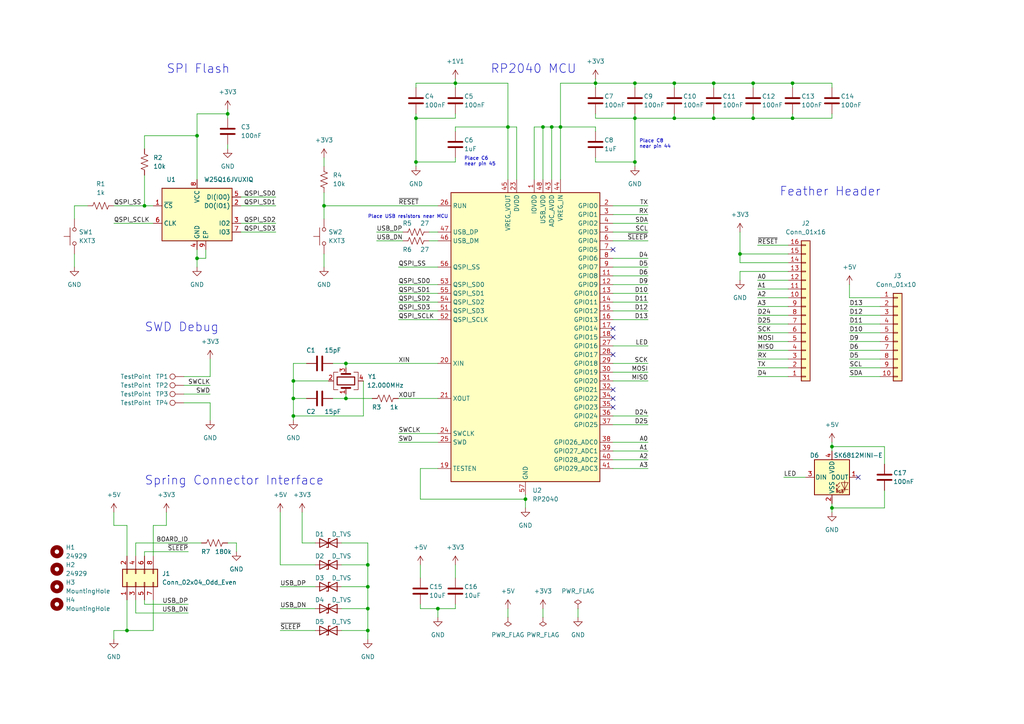
<source format=kicad_sch>
(kicad_sch (version 20230121) (generator eeschema)
  (paper "A4")
  (title_block (title "Minimal Input Module Reference Design") (date "2023-01-02") (rev "X1") (company "Framework Computer Inc"))
  (lib_symbols
    (symbol "Connector:TestPoint" (pin_numbers hide) (pin_names (offset 0.762) hide)
      (property "Reference" "TP" (at 0 6.858 0))
      (property "Value" "TestPoint" (at 0 5.08 0))
      (symbol "TestPoint_1_1"
        (pin passive line (at 0 0 90) (length 2.54) (name "1") (number "1"))
      )
    )
    (symbol "Connector_Generic:Conn_01x10" (pin_names (offset 1.016) hide)
      (property "Reference" "J" (at 0 12.7 0))
      (property "Value" "Conn_01x10" (at 0 -15.24 0))
      (symbol "Conn_01x10_1_1"
        (pin passive line (at -5.08 10.16 0) (length 3.81) (name "Pin_1") (number "1"))
        (pin passive line (at -5.08 -12.7 0) (length 3.81) (name "Pin_10") (number "10"))
        (pin passive line (at -5.08 7.62 0) (length 3.81) (name "Pin_2") (number "2"))
        (pin passive line (at -5.08 5.08 0) (length 3.81) (name "Pin_3") (number "3"))
        (pin passive line (at -5.08 2.54 0) (length 3.81) (name "Pin_4") (number "4"))
        (pin passive line (at -5.08 0 0) (length 3.81) (name "Pin_5") (number "5"))
        (pin passive line (at -5.08 -2.54 0) (length 3.81) (name "Pin_6") (number "6"))
        (pin passive line (at -5.08 -5.08 0) (length 3.81) (name "Pin_7") (number "7"))
        (pin passive line (at -5.08 -7.62 0) (length 3.81) (name "Pin_8") (number "8"))
        (pin passive line (at -5.08 -10.16 0) (length 3.81) (name "Pin_9") (number "9"))
      )
    )
    (symbol "Connector_Generic:Conn_01x16" (pin_names (offset 1.016) hide)
      (property "Reference" "J" (at 0 20.32 0))
      (property "Value" "Conn_01x16" (at 0 -22.86 0))
      (symbol "Conn_01x16_1_1"
        (pin passive line (at -5.08 17.78 0) (length 3.81) (name "Pin_1") (number "1"))
        (pin passive line (at -5.08 -5.08 0) (length 3.81) (name "Pin_10") (number "10"))
        (pin passive line (at -5.08 -7.62 0) (length 3.81) (name "Pin_11") (number "11"))
        (pin passive line (at -5.08 -10.16 0) (length 3.81) (name "Pin_12") (number "12"))
        (pin passive line (at -5.08 -12.7 0) (length 3.81) (name "Pin_13") (number "13"))
        (pin passive line (at -5.08 -15.24 0) (length 3.81) (name "Pin_14") (number "14"))
        (pin passive line (at -5.08 -17.78 0) (length 3.81) (name "Pin_15") (number "15"))
        (pin passive line (at -5.08 -20.32 0) (length 3.81) (name "Pin_16") (number "16"))
        (pin passive line (at -5.08 15.24 0) (length 3.81) (name "Pin_2") (number "2"))
        (pin passive line (at -5.08 12.7 0) (length 3.81) (name "Pin_3") (number "3"))
        (pin passive line (at -5.08 10.16 0) (length 3.81) (name "Pin_4") (number "4"))
        (pin passive line (at -5.08 7.62 0) (length 3.81) (name "Pin_5") (number "5"))
        (pin passive line (at -5.08 5.08 0) (length 3.81) (name "Pin_6") (number "6"))
        (pin passive line (at -5.08 2.54 0) (length 3.81) (name "Pin_7") (number "7"))
        (pin passive line (at -5.08 0 0) (length 3.81) (name "Pin_8") (number "8"))
        (pin passive line (at -5.08 -2.54 0) (length 3.81) (name "Pin_9") (number "9"))
      )
    )
    (symbol "Connector_Generic:Conn_02x04_Odd_Even" (pin_names (offset 1.016) hide)
      (property "Reference" "J" (at 1.27 5.08 0))
      (property "Value" "Conn_02x04_Odd_Even" (at 1.27 -7.62 0))
      (symbol "Conn_02x04_Odd_Even_1_1"
        (pin passive line (at -5.08 2.54 0) (length 3.81) (name "Pin_1") (number "1"))
        (pin passive line (at 7.62 2.54 180) (length 3.81) (name "Pin_2") (number "2"))
        (pin passive line (at -5.08 0 0) (length 3.81) (name "Pin_3") (number "3"))
        (pin passive line (at 7.62 0 180) (length 3.81) (name "Pin_4") (number "4"))
        (pin passive line (at -5.08 -2.54 0) (length 3.81) (name "Pin_5") (number "5"))
        (pin passive line (at 7.62 -2.54 180) (length 3.81) (name "Pin_6") (number "6"))
        (pin passive line (at -5.08 -5.08 0) (length 3.81) (name "Pin_7") (number "7"))
        (pin passive line (at 7.62 -5.08 180) (length 3.81) (name "Pin_8") (number "8"))
      )
    )
    (symbol "Device:C" (pin_numbers hide) (pin_names (offset 0.254))
      (property "Reference" "C" (at 0.635 2.54 0))
      (property "Value" "C" (at 0.635 -2.54 0))
      (symbol "C_1_1"
        (pin passive line (at 0 3.81 270) (length 2.794) (name "~") (number "1"))
        (pin passive line (at 0 -3.81 90) (length 2.794) (name "~") (number "2"))
      )
    )
    (symbol "Device:Crystal_GND24" (pin_names (offset 1.016) hide)
      (property "Reference" "Y" (at 3.175 5.08 0))
      (property "Value" "Crystal_GND24" (at 3.175 3.175 0))
      (symbol "Crystal_GND24_1_1"
        (pin passive line (at -3.81 0 0) (length 1.27) (name "1") (number "1"))
        (pin passive line (at 0 5.08 270) (length 1.27) (name "2") (number "2"))
        (pin passive line (at 3.81 0 180) (length 1.27) (name "3") (number "3"))
        (pin passive line (at 0 -5.08 90) (length 1.27) (name "4") (number "4"))
      )
    )
    (symbol "Device:D_TVS" (pin_numbers hide) (pin_names (offset 1.016) hide)
      (property "Reference" "D" (at 0 2.54 0))
      (property "Value" "D_TVS" (at 0 -2.54 0))
      (symbol "D_TVS_1_1"
        (pin passive line (at -3.81 0 0) (length 2.54) (name "A1") (number "1"))
        (pin passive line (at 3.81 0 180) (length 2.54) (name "A2") (number "2"))
      )
    )
    (symbol "Device:R_US" (pin_numbers hide) (pin_names (offset 0))
      (property "Reference" "R" (at 2.54 0 90))
      (property "Value" "R_US" (at -2.54 0 90))
      (symbol "R_US_1_1"
        (pin passive line (at 0 3.81 270) (length 1.27) (name "~") (number "1"))
        (pin passive line (at 0 -3.81 90) (length 1.27) (name "~") (number "2"))
      )
    )
    (symbol "InputModule:SK6812MINI-E" (pin_names (offset 0.254))
      (property "Reference" "D" (at 5.08 5.715 0))
      (property "Value" "SK6812MINI-E" (at 1.27 -5.715 0))
      (symbol "SK6812MINI-E_0_0"
        (text "RGB" (at 2.286 -4.191 0) (effects (font (size 0.762 0.762))))
      )
      (symbol "SK6812MINI-E_1_1"
        (pin output line (at 7.62 0 180) (length 2.54) (name "DOUT") (number "1"))
        (pin power_in line (at 0 -7.62 90) (length 2.54) (name "VSS") (number "2"))
        (pin input line (at -7.62 0 0) (length 2.54) (name "DIN") (number "3"))
        (pin power_in line (at 0 7.62 270) (length 2.54) (name "VDD") (number "4"))
      )
    )
    (symbol "InputModule:W25Q16JVUX"
      (property "Reference" "U" (at -8.89 8.89 0))
      (property "Value" "W25Q16JVUX" (at 7.62 8.89 0))
      (symbol "W25Q16JVUX_1_1"
        (pin input line (at -12.7 2.54 0) (length 2.54) (name "~{CS}") (number "1"))
        (pin bidirectional line (at 12.7 2.54 180) (length 2.54) (name "DO(IO1)") (number "2"))
        (pin bidirectional line (at 12.7 -2.54 180) (length 2.54) (name "IO2") (number "3"))
        (pin power_in line (at 0 -10.16 90) (length 2.54) (name "GND") (number "4"))
        (pin bidirectional line (at 12.7 5.08 180) (length 2.54) (name "DI(IO0)") (number "5"))
        (pin input line (at -12.7 -2.54 0) (length 2.54) (name "CLK") (number "6"))
        (pin bidirectional line (at 12.7 -5.08 180) (length 2.54) (name "IO3") (number "7"))
        (pin power_in line (at 0 10.16 270) (length 2.54) (name "VCC") (number "8"))
        (pin passive line (at 2.54 -10.16 90) (length 2.54) (name "EP") (number "9"))
      )
    )
    (symbol "MCU_RaspberryPi:RP2040"
      (property "Reference" "U" (at 17.78 45.72 0))
      (property "Value" "RP2040" (at 17.78 43.18 0))
      (symbol "RP2040_1_1"
        (pin power_in line (at 2.54 45.72 270) (length 3.81) (name "IOVDD") (number "1"))
        (pin passive line (at 2.54 45.72 270) (length 3.81) hide (name "IOVDD") (number "10"))
        (pin bidirectional line (at 25.4 17.78 180) (length 3.81) (name "GPIO8") (number "11"))
        (pin bidirectional line (at 25.4 15.24 180) (length 3.81) (name "GPIO9") (number "12"))
        (pin bidirectional line (at 25.4 12.7 180) (length 3.81) (name "GPIO10") (number "13"))
        (pin bidirectional line (at 25.4 10.16 180) (length 3.81) (name "GPIO11") (number "14"))
        (pin bidirectional line (at 25.4 7.62 180) (length 3.81) (name "GPIO12") (number "15"))
        (pin bidirectional line (at 25.4 5.08 180) (length 3.81) (name "GPIO13") (number "16"))
        (pin bidirectional line (at 25.4 2.54 180) (length 3.81) (name "GPIO14") (number "17"))
        (pin bidirectional line (at 25.4 0 180) (length 3.81) (name "GPIO15") (number "18"))
        (pin input line (at -25.4 -38.1 0) (length 3.81) (name "TESTEN") (number "19"))
        (pin bidirectional line (at 25.4 38.1 180) (length 3.81) (name "GPIO0") (number "2"))
        (pin input line (at -25.4 -7.62 0) (length 3.81) (name "XIN") (number "20"))
        (pin passive line (at -25.4 -17.78 0) (length 3.81) (name "XOUT") (number "21"))
        (pin passive line (at 2.54 45.72 270) (length 3.81) hide (name "IOVDD") (number "22"))
        (pin power_in line (at -2.54 45.72 270) (length 3.81) (name "DVDD") (number "23"))
        (pin output line (at -25.4 -27.94 0) (length 3.81) (name "SWCLK") (number "24"))
        (pin bidirectional line (at -25.4 -30.48 0) (length 3.81) (name "SWD") (number "25"))
        (pin input line (at -25.4 38.1 0) (length 3.81) (name "RUN") (number "26"))
        (pin bidirectional line (at 25.4 -2.54 180) (length 3.81) (name "GPIO16") (number "27"))
        (pin bidirectional line (at 25.4 -5.08 180) (length 3.81) (name "GPIO17") (number "28"))
        (pin bidirectional line (at 25.4 -7.62 180) (length 3.81) (name "GPIO18") (number "29"))
        (pin bidirectional line (at 25.4 35.56 180) (length 3.81) (name "GPIO1") (number "3"))
        (pin bidirectional line (at 25.4 -10.16 180) (length 3.81) (name "GPIO19") (number "30"))
        (pin bidirectional line (at 25.4 -12.7 180) (length 3.81) (name "GPIO20") (number "31"))
        (pin bidirectional line (at 25.4 -15.24 180) (length 3.81) (name "GPIO21") (number "32"))
        (pin passive line (at 2.54 45.72 270) (length 3.81) hide (name "IOVDD") (number "33"))
        (pin bidirectional line (at 25.4 -17.78 180) (length 3.81) (name "GPIO22") (number "34"))
        (pin bidirectional line (at 25.4 -20.32 180) (length 3.81) (name "GPIO23") (number "35"))
        (pin bidirectional line (at 25.4 -22.86 180) (length 3.81) (name "GPIO24") (number "36"))
        (pin bidirectional line (at 25.4 -25.4 180) (length 3.81) (name "GPIO25") (number "37"))
        (pin bidirectional line (at 25.4 -30.48 180) (length 3.81) (name "GPIO26_ADC0") (number "38"))
        (pin bidirectional line (at 25.4 -33.02 180) (length 3.81) (name "GPIO27_ADC1") (number "39"))
        (pin bidirectional line (at 25.4 33.02 180) (length 3.81) (name "GPIO2") (number "4"))
        (pin bidirectional line (at 25.4 -35.56 180) (length 3.81) (name "GPIO28_ADC2") (number "40"))
        (pin bidirectional line (at 25.4 -38.1 180) (length 3.81) (name "GPIO29_ADC3") (number "41"))
        (pin passive line (at 2.54 45.72 270) (length 3.81) hide (name "IOVDD") (number "42"))
        (pin power_in line (at 7.62 45.72 270) (length 3.81) (name "ADC_AVDD") (number "43"))
        (pin power_in line (at 10.16 45.72 270) (length 3.81) (name "VREG_IN") (number "44"))
        (pin power_out line (at -5.08 45.72 270) (length 3.81) (name "VREG_VOUT") (number "45"))
        (pin bidirectional line (at -25.4 27.94 0) (length 3.81) (name "USB_DM") (number "46"))
        (pin bidirectional line (at -25.4 30.48 0) (length 3.81) (name "USB_DP") (number "47"))
        (pin power_in line (at 5.08 45.72 270) (length 3.81) (name "USB_VDD") (number "48"))
        (pin passive line (at 2.54 45.72 270) (length 3.81) hide (name "IOVDD") (number "49"))
        (pin bidirectional line (at 25.4 30.48 180) (length 3.81) (name "GPIO3") (number "5"))
        (pin passive line (at -2.54 45.72 270) (length 3.81) hide (name "DVDD") (number "50"))
        (pin bidirectional line (at -25.4 7.62 0) (length 3.81) (name "QSPI_SD3") (number "51"))
        (pin output line (at -25.4 5.08 0) (length 3.81) (name "QSPI_SCLK") (number "52"))
        (pin bidirectional line (at -25.4 15.24 0) (length 3.81) (name "QSPI_SD0") (number "53"))
        (pin bidirectional line (at -25.4 10.16 0) (length 3.81) (name "QSPI_SD2") (number "54"))
        (pin bidirectional line (at -25.4 12.7 0) (length 3.81) (name "QSPI_SD1") (number "55"))
        (pin bidirectional line (at -25.4 20.32 0) (length 3.81) (name "QSPI_SS") (number "56"))
        (pin power_in line (at 0 -45.72 90) (length 3.81) (name "GND") (number "57"))
        (pin bidirectional line (at 25.4 27.94 180) (length 3.81) (name "GPIO4") (number "6"))
        (pin bidirectional line (at 25.4 25.4 180) (length 3.81) (name "GPIO5") (number "7"))
        (pin bidirectional line (at 25.4 22.86 180) (length 3.81) (name "GPIO6") (number "8"))
        (pin bidirectional line (at 25.4 20.32 180) (length 3.81) (name "GPIO7") (number "9"))
      )
    )
    (symbol "Mechanical:MountingHole" (pin_names (offset 1.016))
      (property "Reference" "H" (at 0 5.08 0))
      (property "Value" "MountingHole" (at 0 3.175 0))
    )
    (symbol "Switch:SW_Push" (pin_numbers hide) (pin_names (offset 1.016) hide)
      (property "Reference" "SW" (at 1.27 2.54 0))
      (property "Value" "SW_Push" (at 0 -1.524 0))
      (symbol "SW_Push_0_1"
        (pin passive line (at -5.08 0 0) (length 2.54) (name "1") (number "1"))
        (pin passive line (at 5.08 0 180) (length 2.54) (name "2") (number "2"))
      )
    )
    (symbol "power:+1V1" (power) (pin_names (offset 0))
      (property "Value" "+1V1" (at 0 3.556 0))
      (symbol "+1V1_1_1"
        (pin power_in line (at 0 0 90) (length 0) hide (name "+1V1") (number "1"))
      )
    )
    (symbol "power:+3V3" (power) (pin_names (offset 0))
      (property "Value" "+3V3" (at 0 3.556 0))
      (symbol "+3V3_1_1"
        (pin power_in line (at 0 0 90) (length 0) hide (name "+3V3") (number "1"))
      )
    )
    (symbol "power:+5V" (power) (pin_names (offset 0))
      (property "Value" "+5V" (at 0 3.556 0))
      (symbol "+5V_1_1"
        (pin power_in line (at 0 0 90) (length 0) hide (name "+5V") (number "1"))
      )
    )
    (symbol "power:GND" (power) (pin_names (offset 0))
      (property "Value" "GND" (at 0 -3.81 0))
      (symbol "GND_1_1"
        (pin power_in line (at 0 0 270) (length 0) hide (name "GND") (number "1"))
      )
    )
    (symbol "power:PWR_FLAG" (power) (pin_numbers hide) (pin_names (offset 0) hide)
      (property "Value" "PWR_FLAG" (at 0 3.81 0))
      (symbol "PWR_FLAG_0_0"
        (pin power_out line (at 0 0 90) (length 0) (name "pwr") (number "1"))
      )
    )
  )
  (junction (at 132.08 24.13))
  (junction (at 41.91 59.69))
  (junction (at 184.15 34.29))
  (junction (at 207.01 24.13))
  (junction (at 218.44 24.13))
  (junction (at 85.09 120.65))
  (junction (at 152.4 144.78))
  (junction (at 241.3 129.54))
  (junction (at 120.65 46.99))
  (junction (at 229.87 24.13))
  (junction (at 127 176.53))
  (junction (at 100.33 105.41))
  (junction (at 229.87 34.29))
  (junction (at 172.72 24.13))
  (junction (at 106.68 170.18))
  (junction (at 214.63 73.66))
  (junction (at 85.09 110.49))
  (junction (at 218.44 34.29))
  (junction (at 241.3 147.32))
  (junction (at 195.58 34.29))
  (junction (at 100.33 115.57))
  (junction (at 106.68 176.53))
  (junction (at 106.68 182.88))
  (junction (at 207.01 34.29))
  (junction (at 147.32 36.83))
  (junction (at 57.15 39.37))
  (junction (at 157.48 36.83))
  (junction (at 120.65 34.29))
  (junction (at 195.58 24.13))
  (junction (at 184.15 24.13))
  (junction (at 66.04 33.02))
  (junction (at 184.15 46.99))
  (junction (at 85.09 115.57))
  (junction (at 160.02 36.83))
  (junction (at 36.83 182.88))
  (junction (at 93.98 59.69))
  (junction (at 162.56 36.83))
  (junction (at 57.15 74.93))
  (junction (at 106.68 163.83))
  (no_connect (at 177.8 72.39))
  (no_connect (at 177.8 102.87))
  (no_connect (at 177.8 115.57))
  (no_connect (at 177.8 118.11))
  (no_connect (at 177.8 97.79))
  (no_connect (at 248.92 138.43))
  (no_connect (at 177.8 113.03))
  (no_connect (at 177.8 95.25))
  (wire (pts (xy 177.8 69.85) (xy 187.96 69.85)))
  (wire (pts (xy 33.02 182.88) (xy 33.02 185.42)))
  (wire (pts (xy 147.32 36.83) (xy 147.32 52.07)))
  (wire (pts (xy 121.92 144.78) (xy 152.4 144.78)))
  (wire (pts (xy 246.38 101.6) (xy 255.27 101.6)))
  (wire (pts (xy 59.69 72.39) (xy 59.69 74.93)))
  (wire (pts (xy 177.8 123.19) (xy 187.96 123.19)))
  (wire (pts (xy 246.38 104.14) (xy 255.27 104.14)))
  (wire (pts (xy 147.32 24.13) (xy 132.08 24.13)))
  (wire (pts (xy 66.04 31.75) (xy 66.04 33.02)))
  (wire (pts (xy 184.15 46.99) (xy 184.15 48.26)))
  (wire (pts (xy 246.38 109.22) (xy 255.27 109.22)))
  (wire (pts (xy 152.4 144.78) (xy 152.4 147.32)))
  (wire (pts (xy 177.8 107.95) (xy 187.96 107.95)))
  (wire (pts (xy 33.02 59.69) (xy 41.91 59.69)))
  (wire (pts (xy 157.48 52.07) (xy 157.48 36.83)))
  (wire (pts (xy 99.06 182.88) (xy 106.68 182.88)))
  (wire (pts (xy 100.33 115.57) (xy 107.95 115.57)))
  (wire (pts (xy 218.44 33.02) (xy 218.44 34.29)))
  (wire (pts (xy 207.01 24.13) (xy 207.01 25.4)))
  (wire (pts (xy 109.22 69.85) (xy 116.84 69.85)))
  (wire (pts (xy 21.59 73.66) (xy 21.59 77.47)))
  (wire (pts (xy 41.91 39.37) (xy 57.15 39.37)))
  (wire (pts (xy 121.92 176.53) (xy 127 176.53)))
  (wire (pts (xy 246.38 82.55) (xy 246.38 86.36)))
  (wire (pts (xy 172.72 24.13) (xy 162.56 24.13)))
  (wire (pts (xy 149.86 36.83) (xy 149.86 52.07)))
  (wire (pts (xy 219.71 104.14) (xy 228.6 104.14)))
  (wire (pts (xy 44.45 152.4) (xy 48.26 152.4)))
  (wire (pts (xy 115.57 92.71) (xy 127 92.71)))
  (wire (pts (xy 177.8 92.71) (xy 187.96 92.71)))
  (wire (pts (xy 66.04 157.48) (xy 68.58 157.48)))
  (wire (pts (xy 33.02 64.77) (xy 44.45 64.77)))
  (wire (pts (xy 53.34 116.84) (xy 60.96 116.84)))
  (wire (pts (xy 219.71 96.52) (xy 228.6 96.52)))
  (wire (pts (xy 154.94 36.83) (xy 154.94 52.07)))
  (wire (pts (xy 115.57 128.27) (xy 127 128.27)))
  (wire (pts (xy 241.3 129.54) (xy 241.3 130.81)))
  (wire (pts (xy 69.85 67.31) (xy 80.01 67.31)))
  (wire (pts (xy 120.65 24.13) (xy 132.08 24.13)))
  (wire (pts (xy 121.92 135.89) (xy 121.92 144.78)))
  (wire (pts (xy 172.72 38.1) (xy 172.72 36.83)))
  (wire (pts (xy 219.71 93.98) (xy 228.6 93.98)))
  (wire (pts (xy 195.58 34.29) (xy 207.01 34.29)))
  (wire (pts (xy 99.06 157.48) (xy 106.68 157.48)))
  (wire (pts (xy 184.15 34.29) (xy 184.15 33.02)))
  (wire (pts (xy 241.3 128.27) (xy 241.3 129.54)))
  (wire (pts (xy 207.01 33.02) (xy 207.01 34.29)))
  (wire (pts (xy 227.33 138.43) (xy 233.68 138.43)))
  (wire (pts (xy 85.09 105.41) (xy 85.09 110.49)))
  (wire (pts (xy 85.09 110.49) (xy 95.25 110.49)))
  (wire (pts (xy 177.8 59.69) (xy 187.96 59.69)))
  (wire (pts (xy 184.15 24.13) (xy 195.58 24.13)))
  (wire (pts (xy 157.48 36.83) (xy 160.02 36.83)))
  (wire (pts (xy 41.91 43.18) (xy 41.91 39.37)))
  (wire (pts (xy 57.15 77.47) (xy 57.15 74.93)))
  (wire (pts (xy 57.15 74.93) (xy 57.15 72.39)))
  (wire (pts (xy 57.15 39.37) (xy 57.15 52.07)))
  (wire (pts (xy 120.65 34.29) (xy 132.08 34.29)))
  (wire (pts (xy 36.83 173.99) (xy 36.83 182.88)))
  (wire (pts (xy 115.57 115.57) (xy 127 115.57)))
  (wire (pts (xy 219.71 106.68) (xy 228.6 106.68)))
  (wire (pts (xy 81.28 163.83) (xy 91.44 163.83)))
  (wire (pts (xy 132.08 33.02) (xy 132.08 34.29)))
  (wire (pts (xy 121.92 163.83) (xy 121.92 167.64)))
  (wire (pts (xy 21.59 63.5) (xy 21.59 59.69)))
  (wire (pts (xy 246.38 91.44) (xy 255.27 91.44)))
  (wire (pts (xy 177.8 120.65) (xy 187.96 120.65)))
  (wire (pts (xy 106.68 176.53) (xy 106.68 182.88)))
  (wire (pts (xy 241.3 129.54) (xy 256.54 129.54)))
  (wire (pts (xy 177.8 62.23) (xy 187.96 62.23)))
  (wire (pts (xy 246.38 93.98) (xy 255.27 93.98)))
  (wire (pts (xy 207.01 34.29) (xy 218.44 34.29)))
  (wire (pts (xy 44.45 182.88) (xy 36.83 182.88)))
  (wire (pts (xy 106.68 170.18) (xy 106.68 176.53)))
  (wire (pts (xy 39.37 177.8) (xy 54.61 177.8)))
  (wire (pts (xy 167.64 176.53) (xy 167.64 179.07)))
  (wire (pts (xy 59.69 74.93) (xy 57.15 74.93)))
  (wire (pts (xy 246.38 88.9) (xy 255.27 88.9)))
  (wire (pts (xy 177.8 90.17) (xy 187.96 90.17)))
  (wire (pts (xy 162.56 36.83) (xy 162.56 52.07)))
  (wire (pts (xy 256.54 129.54) (xy 256.54 134.62)))
  (wire (pts (xy 177.8 67.31) (xy 187.96 67.31)))
  (wire (pts (xy 87.63 148.59) (xy 87.63 157.48)))
  (wire (pts (xy 219.71 99.06) (xy 228.6 99.06)))
  (wire (pts (xy 120.65 46.99) (xy 132.08 46.99)))
  (wire (pts (xy 177.8 100.33) (xy 187.96 100.33)))
  (wire (pts (xy 41.91 173.99) (xy 41.91 175.26)))
  (wire (pts (xy 41.91 59.69) (xy 44.45 59.69)))
  (wire (pts (xy 88.9 105.41) (xy 85.09 105.41)))
  (wire (pts (xy 109.22 67.31) (xy 116.84 67.31)))
  (wire (pts (xy 121.92 175.26) (xy 121.92 176.53)))
  (wire (pts (xy 69.85 59.69) (xy 80.01 59.69)))
  (wire (pts (xy 115.57 82.55) (xy 127 82.55)))
  (wire (pts (xy 177.8 135.89) (xy 187.96 135.89)))
  (wire (pts (xy 41.91 50.8) (xy 41.91 59.69)))
  (wire (pts (xy 81.28 176.53) (xy 91.44 176.53)))
  (wire (pts (xy 115.57 87.63) (xy 127 87.63)))
  (wire (pts (xy 93.98 45.72) (xy 93.98 48.26)))
  (wire (pts (xy 93.98 73.66) (xy 93.98 77.47)))
  (wire (pts (xy 256.54 147.32) (xy 241.3 147.32)))
  (wire (pts (xy 219.71 81.28) (xy 228.6 81.28)))
  (wire (pts (xy 184.15 34.29) (xy 184.15 46.99)))
  (wire (pts (xy 177.8 130.81) (xy 187.96 130.81)))
  (wire (pts (xy 214.63 76.2) (xy 214.63 73.66)))
  (wire (pts (xy 66.04 33.02) (xy 66.04 34.29)))
  (wire (pts (xy 241.3 33.02) (xy 241.3 34.29)))
  (wire (pts (xy 207.01 24.13) (xy 218.44 24.13)))
  (wire (pts (xy 41.91 161.29) (xy 41.91 160.02)))
  (wire (pts (xy 57.15 33.02) (xy 57.15 39.37)))
  (wire (pts (xy 66.04 41.91) (xy 66.04 43.18)))
  (wire (pts (xy 127 135.89) (xy 121.92 135.89)))
  (wire (pts (xy 172.72 33.02) (xy 172.72 34.29)))
  (wire (pts (xy 132.08 163.83) (xy 132.08 167.64)))
  (wire (pts (xy 85.09 120.65) (xy 85.09 121.92)))
  (wire (pts (xy 106.68 163.83) (xy 106.68 170.18)))
  (wire (pts (xy 53.34 111.76) (xy 60.96 111.76)))
  (wire (pts (xy 124.46 67.31) (xy 127 67.31)))
  (wire (pts (xy 184.15 25.4) (xy 184.15 24.13)))
  (wire (pts (xy 218.44 24.13) (xy 218.44 25.4)))
  (wire (pts (xy 229.87 33.02) (xy 229.87 34.29)))
  (wire (pts (xy 100.33 115.57) (xy 100.33 114.3)))
  (wire (pts (xy 85.09 115.57) (xy 85.09 120.65)))
  (wire (pts (xy 39.37 173.99) (xy 39.37 177.8)))
  (wire (pts (xy 160.02 52.07) (xy 160.02 36.83)))
  (wire (pts (xy 184.15 34.29) (xy 195.58 34.29)))
  (wire (pts (xy 99.06 176.53) (xy 106.68 176.53)))
  (wire (pts (xy 99.06 170.18) (xy 106.68 170.18)))
  (wire (pts (xy 177.8 133.35) (xy 187.96 133.35)))
  (wire (pts (xy 33.02 148.59) (xy 33.02 152.4)))
  (wire (pts (xy 41.91 160.02) (xy 54.61 160.02)))
  (wire (pts (xy 66.04 33.02) (xy 57.15 33.02)))
  (wire (pts (xy 120.65 46.99) (xy 120.65 48.26)))
  (wire (pts (xy 241.3 25.4) (xy 241.3 24.13)))
  (wire (pts (xy 157.48 176.53) (xy 157.48 179.07)))
  (wire (pts (xy 69.85 64.77) (xy 80.01 64.77)))
  (wire (pts (xy 60.96 116.84) (xy 60.96 121.92)))
  (wire (pts (xy 172.72 24.13) (xy 172.72 25.4)))
  (wire (pts (xy 69.85 57.15) (xy 80.01 57.15)))
  (wire (pts (xy 53.34 109.22) (xy 60.96 109.22)))
  (wire (pts (xy 195.58 24.13) (xy 207.01 24.13)))
  (wire (pts (xy 219.71 71.12) (xy 228.6 71.12)))
  (wire (pts (xy 246.38 86.36) (xy 255.27 86.36)))
  (wire (pts (xy 162.56 24.13) (xy 162.56 36.83)))
  (wire (pts (xy 115.57 77.47) (xy 127 77.47)))
  (wire (pts (xy 177.8 77.47) (xy 187.96 77.47)))
  (wire (pts (xy 241.3 146.05) (xy 241.3 147.32)))
  (wire (pts (xy 41.91 175.26) (xy 54.61 175.26)))
  (wire (pts (xy 177.8 85.09) (xy 187.96 85.09)))
  (wire (pts (xy 100.33 105.41) (xy 127 105.41)))
  (wire (pts (xy 152.4 143.51) (xy 152.4 144.78)))
  (wire (pts (xy 105.41 110.49) (xy 105.41 120.65)))
  (wire (pts (xy 147.32 24.13) (xy 147.32 36.83)))
  (wire (pts (xy 99.06 163.83) (xy 106.68 163.83)))
  (wire (pts (xy 115.57 90.17) (xy 127 90.17)))
  (wire (pts (xy 127 176.53) (xy 127 179.07)))
  (wire (pts (xy 36.83 161.29) (xy 36.83 152.4)))
  (wire (pts (xy 81.28 182.88) (xy 91.44 182.88)))
  (wire (pts (xy 96.52 115.57) (xy 100.33 115.57)))
  (wire (pts (xy 218.44 34.29) (xy 229.87 34.29)))
  (wire (pts (xy 177.8 128.27) (xy 187.96 128.27)))
  (wire (pts (xy 177.8 64.77) (xy 187.96 64.77)))
  (wire (pts (xy 177.8 80.01) (xy 187.96 80.01)))
  (wire (pts (xy 195.58 33.02) (xy 195.58 34.29)))
  (wire (pts (xy 106.68 182.88) (xy 106.68 185.42)))
  (wire (pts (xy 85.09 110.49) (xy 85.09 115.57)))
  (wire (pts (xy 229.87 24.13) (xy 229.87 25.4)))
  (wire (pts (xy 44.45 152.4) (xy 44.45 161.29)))
  (wire (pts (xy 132.08 175.26) (xy 132.08 176.53)))
  (wire (pts (xy 127 59.69) (xy 93.98 59.69)))
  (wire (pts (xy 132.08 45.72) (xy 132.08 46.99)))
  (wire (pts (xy 241.3 147.32) (xy 241.3 148.59)))
  (wire (pts (xy 93.98 59.69) (xy 93.98 63.5)))
  (wire (pts (xy 177.8 87.63) (xy 187.96 87.63)))
  (wire (pts (xy 172.72 22.86) (xy 172.72 24.13)))
  (wire (pts (xy 21.59 59.69) (xy 25.4 59.69)))
  (wire (pts (xy 120.65 33.02) (xy 120.65 34.29)))
  (wire (pts (xy 172.72 45.72) (xy 172.72 46.99)))
  (wire (pts (xy 44.45 173.99) (xy 44.45 182.88)))
  (wire (pts (xy 105.41 120.65) (xy 85.09 120.65)))
  (wire (pts (xy 219.71 83.82) (xy 228.6 83.82)))
  (wire (pts (xy 246.38 99.06) (xy 255.27 99.06)))
  (wire (pts (xy 214.63 73.66) (xy 228.6 73.66)))
  (wire (pts (xy 218.44 24.13) (xy 229.87 24.13)))
  (wire (pts (xy 39.37 161.29) (xy 39.37 157.48)))
  (wire (pts (xy 219.71 86.36) (xy 228.6 86.36)))
  (wire (pts (xy 132.08 22.86) (xy 132.08 24.13)))
  (wire (pts (xy 214.63 78.74) (xy 228.6 78.74)))
  (wire (pts (xy 96.52 105.41) (xy 100.33 105.41)))
  (wire (pts (xy 172.72 46.99) (xy 184.15 46.99)))
  (wire (pts (xy 246.38 96.52) (xy 255.27 96.52)))
  (wire (pts (xy 48.26 148.59) (xy 48.26 152.4)))
  (wire (pts (xy 214.63 78.74) (xy 214.63 81.28)))
  (wire (pts (xy 81.28 170.18) (xy 91.44 170.18)))
  (wire (pts (xy 132.08 24.13) (xy 132.08 25.4)))
  (wire (pts (xy 39.37 157.48) (xy 58.42 157.48)))
  (wire (pts (xy 177.8 105.41) (xy 187.96 105.41)))
  (wire (pts (xy 36.83 152.4) (xy 33.02 152.4)))
  (wire (pts (xy 36.83 182.88) (xy 33.02 182.88)))
  (wire (pts (xy 219.71 109.22) (xy 228.6 109.22)))
  (wire (pts (xy 256.54 142.24) (xy 256.54 147.32)))
  (wire (pts (xy 132.08 36.83) (xy 132.08 38.1)))
  (wire (pts (xy 120.65 24.13) (xy 120.65 25.4)))
  (wire (pts (xy 172.72 34.29) (xy 184.15 34.29)))
  (wire (pts (xy 149.86 36.83) (xy 147.32 36.83)))
  (wire (pts (xy 177.8 82.55) (xy 187.96 82.55)))
  (wire (pts (xy 162.56 36.83) (xy 172.72 36.83)))
  (wire (pts (xy 106.68 157.48) (xy 106.68 163.83)))
  (wire (pts (xy 229.87 24.13) (xy 241.3 24.13)))
  (wire (pts (xy 115.57 85.09) (xy 127 85.09)))
  (wire (pts (xy 246.38 106.68) (xy 255.27 106.68)))
  (wire (pts (xy 81.28 148.59) (xy 81.28 163.83)))
  (wire (pts (xy 177.8 74.93) (xy 187.96 74.93)))
  (wire (pts (xy 195.58 24.13) (xy 195.58 25.4)))
  (wire (pts (xy 154.94 36.83) (xy 157.48 36.83)))
  (wire (pts (xy 53.34 114.3) (xy 60.96 114.3)))
  (wire (pts (xy 85.09 115.57) (xy 88.9 115.57)))
  (wire (pts (xy 229.87 34.29) (xy 241.3 34.29)))
  (wire (pts (xy 60.96 109.22) (xy 60.96 104.14)))
  (wire (pts (xy 115.57 125.73) (xy 127 125.73)))
  (wire (pts (xy 93.98 59.69) (xy 93.98 55.88)))
  (wire (pts (xy 132.08 36.83) (xy 147.32 36.83)))
  (wire (pts (xy 219.71 101.6) (xy 228.6 101.6)))
  (wire (pts (xy 214.63 67.31) (xy 214.63 73.66)))
  (wire (pts (xy 68.58 157.48) (xy 68.58 160.02)))
  (wire (pts (xy 132.08 176.53) (xy 127 176.53)))
  (wire (pts (xy 172.72 24.13) (xy 184.15 24.13)))
  (wire (pts (xy 100.33 105.41) (xy 100.33 106.68)))
  (wire (pts (xy 120.65 34.29) (xy 120.65 46.99)))
  (wire (pts (xy 160.02 36.83) (xy 162.56 36.83)))
  (wire (pts (xy 124.46 69.85) (xy 127 69.85)))
  (wire (pts (xy 177.8 110.49) (xy 187.96 110.49)))
  (wire (pts (xy 219.71 91.44) (xy 228.6 91.44)))
  (wire (pts (xy 219.71 88.9) (xy 228.6 88.9)))
  (wire (pts (xy 87.63 157.48) (xy 91.44 157.48)))
  (wire (pts (xy 147.32 176.53) (xy 147.32 179.07)))
  (wire (pts (xy 214.63 76.2) (xy 228.6 76.2)))
  (text "SPI Flash" (at 48.26 21.59 0) (effects (font (size 2.54 2.54)) (justify left bottom)))
  (text "Feather Header" (at 226.06 57.15 0) (effects (font (size 2.54 2.54)) (justify left bottom)))
  (text "Place C8\nnear pin 44" (at 185.42 43.18 0) (effects (font (size 1 1)) (justify left bottom)))
  (text "Place USB resistors near MCU" (at 106.68 63.5 0) (effects (font (size 1 1)) (justify left bottom)))
  (text "Spring Connector Interface" (at 41.91 140.97 0) (effects (font (size 2.54 2.54)) (justify left bottom)))
  (text "Place C6\nnear pin 45" (at 134.62 48.26 0) (effects (font (size 1 1)) (justify left bottom)))
  (text "RP2040 MCU" (at 142.24 21.59 0) (effects (font (size 2.54 2.54)) (justify left bottom)))
  (text "SWD Debug" (at 41.91 96.52 0) (effects (font (size 2.54 2.54)) (justify left bottom)))
  (label "QSPI_SD1" (at 115.57 85.09 0))
  (label "TX" (at 187.96 59.69 180))
  (label "D25" (at 187.96 123.19 180))
  (label "QSPI_SD1" (at 80.01 59.69 180))
  (label "A2" (at 219.71 86.36 0))
  (label "SCK" (at 219.71 96.52 0))
  (label "QSPI_SD2" (at 115.57 87.63 0))
  (label "QSPI_SD0" (at 80.01 57.15 180))
  (label "D4" (at 219.71 109.22 0))
  (label "XIN" (at 115.57 105.41 0))
  (label "LED" (at 227.33 138.43 0))
  (label "TX" (at 219.71 106.68 0))
  (label "~{SLEEP}" (at 187.96 69.85 180))
  (label "A3" (at 187.96 135.89 180))
  (label "BOARD_ID" (at 54.61 157.48 180))
  (label "D5" (at 187.96 77.47 180))
  (label "MOSI" (at 187.96 107.95 180))
  (label "~{SLEEP}" (at 54.61 160.02 180))
  (label "MOSI" (at 219.71 99.06 0))
  (label "A1" (at 219.71 83.82 0))
  (label "QSPI_SS" (at 115.57 77.47 0))
  (label "MISO" (at 187.96 110.49 180))
  (label "USB_DP" (at 81.28 170.18 0))
  (label "USB_DN" (at 81.28 176.53 0))
  (label "D11" (at 187.96 87.63 180))
  (label "~{RESET}" (at 115.57 59.69 0))
  (label "QSPI_SCLK" (at 115.57 92.71 0))
  (label "QSPI_SS" (at 33.02 59.69 0))
  (label "USB_DP" (at 54.61 175.26 180))
  (label "SCL" (at 246.38 106.68 0))
  (label "D12" (at 187.96 90.17 180))
  (label "QSPI_SD0" (at 115.57 82.55 0))
  (label "USB_DP" (at 109.22 67.31 0))
  (label "SCL" (at 187.96 67.31 180))
  (label "D10" (at 246.38 96.52 0))
  (label "D10" (at 187.96 85.09 180))
  (label "D5" (at 246.38 104.14 0))
  (label "A0" (at 187.96 128.27 180))
  (label "SDA" (at 246.38 109.22 0))
  (label "QSPI_SCLK" (at 33.02 64.77 0))
  (label "D6" (at 246.38 101.6 0))
  (label "SWD" (at 60.96 114.3 180))
  (label "D12" (at 246.38 91.44 0))
  (label "A3" (at 219.71 88.9 0))
  (label "USB_DN" (at 54.61 177.8 180))
  (label "D9" (at 246.38 99.06 0))
  (label "RX" (at 187.96 62.23 180))
  (label "QSPI_SD2" (at 80.01 64.77 180))
  (label "A2" (at 187.96 133.35 180))
  (label "D13" (at 246.38 88.9 0))
  (label "D6" (at 187.96 80.01 180))
  (label "D24" (at 187.96 120.65 180))
  (label "SCK" (at 187.96 105.41 180))
  (label "A0" (at 219.71 81.28 0))
  (label "D4" (at 187.96 74.93 180))
  (label "SWD" (at 115.57 128.27 0))
  (label "~{RESET}" (at 219.71 71.12 0))
  (label "SWCLK" (at 60.96 111.76 180))
  (label "D11" (at 246.38 93.98 0))
  (label "D13" (at 187.96 92.71 180))
  (label "RX" (at 219.71 104.14 0))
  (label "LED" (at 187.96 100.33 180))
  (label "SDA" (at 187.96 64.77 180))
  (label "USB_DN" (at 109.22 69.85 0))
  (label "~{SLEEP}" (at 81.28 182.88 0))
  (label "XOUT" (at 115.57 115.57 0))
  (label "MISO" (at 219.71 101.6 0))
  (label "D9" (at 187.96 82.55 180))
  (label "QSPI_SD3" (at 80.01 67.31 180))
  (label "D25" (at 219.71 93.98 0))
  (label "D24" (at 219.71 91.44 0))
  (label "QSPI_SD3" (at 115.57 90.17 0))
  (label "A1" (at 187.96 130.81 180))
  (label "SWCLK" (at 115.57 125.73 0))
  (symbol (lib_id "Device:R_US") (at 120.65 69.85 90) (unit 1)
    (property "Reference" "R6" (at 118.11 72.39 90))
    (property "Value" "27" (at 123.19 72.39 90))
    (property "Footprint" "Resistor_SMD:R_0402_1005Metric" (effects hide))
  )
  (symbol (lib_id "power:GND") (at 93.98 77.47 0) (unit 1)
    (property "Reference" "#PWR07" (effects hide))
    (property "Value" "GND" (at 93.98 82.55 0))
  )
  (symbol (lib_id "Connector:TestPoint") (at 53.34 109.22 90) (unit 1)
    (property "Reference" "TP1" (at 46.99 109.22 90))
    (property "Value" "TestPoint" (at 39.37 109.22 90))
    (property "Footprint" "TestPoint:TestPoint_Pad_D1.0mm" (effects hide))
  )
  (symbol (lib_id "Device:C") (at 92.71 105.41 90) (unit 1)
    (property "Reference" "C1" (at 90.17 101.6 90))
    (property "Value" "15pF" (at 96.52 101.6 90))
    (property "Footprint" "Capacitor_SMD:C_0402_1005Metric" (effects hide))
  )
  (symbol (lib_id "Connector_Generic:Conn_02x04_Odd_Even") (at 39.37 168.91 90) (unit 1)
    (property "Reference" "J1" (at 46.99 166.3699 90) (effects (justify right)))
    (property "Value" "Conn_02x04_Odd_Even" (at 46.99 168.9099 90) (effects (justify right)))
    (property "Footprint" "InputModule:PogoPads_2x4_P2.0mm" (effects hide))
  )
  (symbol (lib_id "power:+3V3") (at 132.08 163.83 0) (unit 1)
    (property "Reference" "#PWR024" (effects hide))
    (property "Value" "+3V3" (at 132.08 158.75 0))
  )
  (symbol (lib_id "power:+5V") (at 121.92 163.83 0) (unit 1)
    (property "Reference" "#PWR022" (effects hide))
    (property "Value" "+5V" (at 121.92 158.75 0))
  )
  (symbol (lib_id "power:GND") (at 60.96 121.92 0) (unit 1)
    (property "Reference" "#PWR017" (effects hide))
    (property "Value" "GND" (at 60.96 127 0))
  )
  (symbol (lib_id "power:GND") (at 106.68 185.42 0) (unit 1)
    (property "Reference" "#PWR021" (effects hide))
    (property "Value" "GND" (at 106.68 190.5 0))
  )
  (symbol (lib_id "Device:R_US") (at 41.91 46.99 0) (unit 1) (in_bom no)
    (property "Reference" "R2" (at 44.45 45.7199 0) (effects (justify left)))
    (property "Value" "10k" (at 44.45 48.2599 0) (effects (justify left)))
    (property "Footprint" "Resistor_SMD:R_0402_1005Metric" (effects hide))
  )
  (symbol (lib_id "power:+3V3") (at 66.04 31.75 0) (unit 1)
    (property "Reference" "#PWR04" (effects hide))
    (property "Value" "+3V3" (at 66.04 26.67 0))
  )
  (symbol (lib_id "Device:D_TVS") (at 95.25 170.18 180) (unit 1)
    (property "Reference" "D3" (at 92.71 167.64 0))
    (property "Value" "D_TVS" (at 99.06 167.64 0))
    (property "Footprint" "Diode_SMD:D_0402_1005Metric" (effects hide))
  )
  (symbol (lib_id "power:GND") (at 120.65 48.26 0) (unit 1)
    (property "Reference" "#PWR08" (effects hide))
    (property "Value" "GND" (at 120.65 53.34 0))
  )
  (symbol (lib_id "Connector:TestPoint") (at 53.34 114.3 90) (unit 1)
    (property "Reference" "TP3" (at 46.99 114.3 90))
    (property "Value" "TestPoint" (at 39.37 114.3 90))
    (property "Footprint" "TestPoint:TestPoint_Pad_D1.0mm" (effects hide))
  )
  (symbol (lib_id "Device:R_US") (at 93.98 52.07 0) (unit 1) (in_bom no)
    (property "Reference" "R4" (at 96.52 50.7999 0) (effects (justify left)))
    (property "Value" "10k" (at 96.52 53.3399 0) (effects (justify left)))
    (property "Footprint" "Resistor_SMD:R_0402_1005Metric" (effects hide))
  )
  (symbol (lib_id "power:GND") (at 57.15 77.47 0) (unit 1)
    (property "Reference" "#PWR03" (effects hide))
    (property "Value" "GND" (at 57.15 82.55 0))
  )
  (symbol (lib_id "power:+3V3") (at 48.26 148.59 0) (unit 1)
    (property "Reference" "#PWR015" (effects hide))
    (property "Value" "+3V3" (at 48.26 143.51 0))
  )
  (symbol (lib_id "Mechanical:MountingHole") (at 16.51 170.18 0) (unit 1)
    (property "Reference" "H3" (at 19.05 168.91 0) (effects (justify left)))
    (property "Value" "MountingHole" (at 19.05 171.45 0) (effects (justify left)))
    (property "Footprint" "MountingHole:MountingHole_2.1mm" (effects hide))
  )
  (symbol (lib_id "power:+3V3") (at 60.96 104.14 0) (unit 1)
    (property "Reference" "#PWR016" (effects hide))
    (property "Value" "+3V3" (at 60.96 99.06 0))
  )
  (symbol (lib_id "power:+3V3") (at 157.48 176.53 0) (unit 1)
    (property "Reference" "#PWR0102" (effects hide))
    (property "Value" "+3V3" (at 157.48 171.45 0))
  )
  (symbol (lib_id "InputModule:SK6812MINI-E") (at 241.3 138.43 0) (unit 1)
    (property "Reference" "D6" (at 236.22 132.08 0))
    (property "Value" "SK6812MINI-E" (at 248.92 132.08 0))
    (property "Footprint" "InputModule:LED_SK6812MINI-E_PLCC4_3.5x3.5mm_P1.75mm" (effects hide))
    (property "Datasheet" "https://cdn-shop.adafruit.com/product-files/4960/4960_SK6812MINI-E_REV02_EN.pdf" (effects hide))
  )
  (symbol (lib_id "power:+5V") (at 241.3 128.27 0) (unit 1)
    (property "Reference" "#PWR028" (effects hide))
    (property "Value" "+5V" (at 241.3 123.19 0))
  )
  (symbol (lib_id "MCU_RaspberryPi:RP2040") (at 152.4 97.79 0) (unit 1)
    (property "Reference" "U2" (at 154.4194 142.24 0) (effects (justify left)))
    (property "Value" "RP2040" (at 154.4194 144.78 0) (effects (justify left)))
    (property "Footprint" "Package_DFN_QFN:QFN-56-1EP_7x7mm_P0.4mm_EP3.2x3.2mm" (effects hide))
    (property "Datasheet" "https://datasheets.raspberrypi.com/rp2040/rp2040-datasheet.pdf" (effects hide))
  )
  (symbol (lib_id "Switch:SW_Push") (at 93.98 68.58 90) (unit 1)
    (property "Reference" "SW2" (at 95.25 67.3099 90) (effects (justify right)))
    (property "Value" "KXT3" (at 95.25 69.8499 90) (effects (justify right)))
    (property "Footprint" "Button_Switch_SMD:SW_SPST_CK_KXT3" (effects hide))
  )
  (symbol (lib_id "power:PWR_FLAG") (at 147.32 179.07 180) (unit 1)
    (property "Reference" "#FLG0103" (effects hide))
    (property "Value" "PWR_FLAG" (at 147.32 184.15 0))
  )
  (symbol (lib_id "power:GND") (at 167.64 179.07 0) (unit 1)
    (property "Reference" "#PWR0103" (effects hide))
    (property "Value" "GND" (at 167.64 184.15 0))
  )
  (symbol (lib_id "power:PWR_FLAG") (at 157.48 179.07 180) (unit 1)
    (property "Reference" "#FLG0101" (effects hide))
    (property "Value" "PWR_FLAG" (at 157.48 184.15 0))
  )
  (symbol (lib_id "Device:R_US") (at 120.65 67.31 90) (unit 1)
    (property "Reference" "R5" (at 118.11 64.77 90))
    (property "Value" "27" (at 123.19 64.77 90))
    (property "Footprint" "Resistor_SMD:R_0402_1005Metric" (effects hide))
  )
  (symbol (lib_id "power:+3V3") (at 172.72 22.86 0) (unit 1)
    (property "Reference" "#PWR011" (effects hide))
    (property "Value" "+3V3" (at 172.72 17.78 0))
  )
  (symbol (lib_id "power:+5V") (at 81.28 148.59 0) (unit 1)
    (property "Reference" "#PWR019" (effects hide))
    (property "Value" "+5V" (at 81.28 143.51 0))
  )
  (symbol (lib_id "Connector_Generic:Conn_01x10") (at 260.35 96.52 0) (unit 1)
    (property "Reference" "J3" (at 259.08 80.01 0) (effects (justify left)))
    (property "Value" "Conn_01x10" (at 254 82.55 0) (effects (justify left)))
    (property "Footprint" "Connector_PinHeader_2.54mm:PinHeader_1x10_P2.54mm_Vertical" (effects hide))
  )
  (symbol (lib_id "Device:C") (at 121.92 171.45 0) (unit 1)
    (property "Reference" "C15" (at 124.46 170.18 0) (effects (justify left)))
    (property "Value" "10uF" (at 124.46 172.72 0) (effects (justify left)))
    (property "Footprint" "Capacitor_SMD:C_0603_1608Metric" (effects hide))
  )
  (symbol (lib_id "Device:C") (at 207.01 29.21 0) (unit 1)
    (property "Reference" "C11" (at 209.55 27.94 0) (effects (justify left)))
    (property "Value" "100nF" (at 209.55 30.48 0) (effects (justify left)))
    (property "Footprint" "Capacitor_SMD:C_0402_1005Metric" (effects hide))
  )
  (symbol (lib_id "Connector:TestPoint") (at 53.34 116.84 90) (unit 1)
    (property "Reference" "TP4" (at 46.99 116.84 90))
    (property "Value" "TestPoint" (at 39.37 116.84 90))
    (property "Footprint" "TestPoint:TestPoint_Pad_D1.0mm" (effects hide))
  )
  (symbol (lib_id "Switch:SW_Push") (at 21.59 68.58 90) (unit 1)
    (property "Reference" "SW1" (at 22.86 67.3099 90) (effects (justify right)))
    (property "Value" "KXT3" (at 22.86 69.8499 90) (effects (justify right)))
    (property "Footprint" "Button_Switch_SMD:SW_SPST_CK_KXT3" (effects hide))
  )
  (symbol (lib_id "Device:C") (at 184.15 29.21 0) (unit 1)
    (property "Reference" "C9" (at 186.69 27.94 0) (effects (justify left)))
    (property "Value" "100nF" (at 186.69 30.48 0) (effects (justify left)))
    (property "Footprint" "Capacitor_SMD:C_0402_1005Metric" (effects hide))
  )
  (symbol (lib_id "power:GND") (at 66.04 43.18 0) (unit 1)
    (property "Reference" "#PWR05" (effects hide))
    (property "Value" "GND" (at 66.04 48.26 0))
  )
  (symbol (lib_id "power:GND") (at 33.02 185.42 0) (unit 1)
    (property "Reference" "#PWR014" (effects hide))
    (property "Value" "GND" (at 33.02 190.5 0))
  )
  (symbol (lib_id "power:+5V") (at 33.02 148.59 0) (unit 1)
    (property "Reference" "#PWR013" (effects hide))
    (property "Value" "+5V" (at 33.02 143.51 0))
  )
  (symbol (lib_id "Device:R_US") (at 62.23 157.48 90) (unit 1)
    (property "Reference" "R7" (at 59.69 160.02 90))
    (property "Value" "180k" (at 64.77 160.02 90))
    (property "Footprint" "Resistor_SMD:R_0402_1005Metric" (effects hide))
  )
  (symbol (lib_id "power:+3V3") (at 93.98 45.72 0) (unit 1)
    (property "Reference" "#PWR06" (effects hide))
    (property "Value" "+3V3" (at 93.98 40.64 0))
  )
  (symbol (lib_id "power:GND") (at 184.15 48.26 0) (unit 1)
    (property "Reference" "#PWR012" (effects hide))
    (property "Value" "GND" (at 184.15 53.34 0))
  )
  (symbol (lib_id "Device:Crystal_GND24") (at 100.33 110.49 90) (unit 1)
    (property "Reference" "Y1" (at 107.95 109.22 90))
    (property "Value" "12.000MHz" (at 111.76 111.76 90))
    (property "Footprint" "Crystal:Crystal_SMD_3225-4Pin_3.2x2.5mm" (effects hide))
  )
  (symbol (lib_id "Device:C") (at 229.87 29.21 0) (unit 1)
    (property "Reference" "C13" (at 232.41 27.94 0) (effects (justify left)))
    (property "Value" "100nF" (at 232.41 30.48 0) (effects (justify left)))
    (property "Footprint" "Capacitor_SMD:C_0402_1005Metric" (effects hide))
  )
  (symbol (lib_id "power:GND") (at 241.3 148.59 0) (unit 1)
    (property "Reference" "#PWR029" (effects hide))
    (property "Value" "GND" (at 241.3 153.67 0))
  )
  (symbol (lib_id "power:+3V3") (at 214.63 67.31 0) (unit 1)
    (property "Reference" "#PWR025" (effects hide))
    (property "Value" "+3V3" (at 214.63 62.23 0))
  )
  (symbol (lib_id "InputModule:W25Q16JVUX") (at 57.15 62.23 0) (unit 1)
    (property "Reference" "U1" (at 48.26 52.07 0) (effects (justify left)))
    (property "Value" "W25Q16JVUXIQ " (at 59.1694 52.07 0) (effects (justify left)))
    (property "Footprint" "InputModule:SON-8-1EP_3x2mm_P0.5mm_EP0.2x1.6mm" (effects hide))
    (property "Datasheet" "https://www.winbond.com/resource-files/w25q16jv%20spi%20revh%2004082019%20plus.pdf" (effects hide))
  )
  (symbol (lib_id "Device:R_US") (at 29.21 59.69 90) (unit 1)
    (property "Reference" "R1" (at 29.21 53.34 90))
    (property "Value" "1k" (at 29.21 55.88 90))
    (property "Footprint" "Resistor_SMD:R_0402_1005Metric" (effects hide))
  )
  (symbol (lib_id "Device:D_TVS") (at 95.25 176.53 180) (unit 1)
    (property "Reference" "D4" (at 92.71 173.99 0))
    (property "Value" "D_TVS" (at 99.06 173.99 0))
    (property "Footprint" "Diode_SMD:D_0402_1005Metric" (effects hide))
  )
  (symbol (lib_id "Device:C") (at 256.54 138.43 0) (unit 1)
    (property "Reference" "C17" (at 259.08 137.16 0) (effects (justify left)))
    (property "Value" "100nF" (at 259.08 139.7 0) (effects (justify left)))
    (property "Footprint" "Capacitor_SMD:C_0402_1005Metric" (effects hide))
  )
  (symbol (lib_id "Device:C") (at 132.08 29.21 0) (unit 1)
    (property "Reference" "C5" (at 134.62 27.94 0) (effects (justify left)))
    (property "Value" "100nF" (at 134.62 30.48 0) (effects (justify left)))
    (property "Footprint" "Capacitor_SMD:C_0402_1005Metric" (effects hide))
  )
  (symbol (lib_id "Connector:TestPoint") (at 53.34 111.76 90) (unit 1)
    (property "Reference" "TP2" (at 46.99 111.76 90))
    (property "Value" "TestPoint" (at 39.37 111.76 90))
    (property "Footprint" "TestPoint:TestPoint_Pad_D1.0mm" (effects hide))
  )
  (symbol (lib_id "power:+1V1") (at 132.08 22.86 0) (unit 1)
    (property "Reference" "#PWR09" (effects hide))
    (property "Value" "+1V1" (at 132.08 17.78 0))
  )
  (symbol (lib_id "power:+5V") (at 147.32 176.53 0) (unit 1)
    (property "Reference" "#PWR0101" (effects hide))
    (property "Value" "+5V" (at 147.32 171.45 0))
  )
  (symbol (lib_id "Device:C") (at 132.08 41.91 0) (unit 1)
    (property "Reference" "C6" (at 134.62 40.64 0) (effects (justify left)))
    (property "Value" "1uF" (at 134.62 43.18 0) (effects (justify left)))
    (property "Footprint" "Capacitor_SMD:C_0402_1005Metric" (effects hide))
  )
  (symbol (lib_id "power:+5V") (at 246.38 82.55 0) (unit 1)
    (property "Reference" "#PWR027" (effects hide))
    (property "Value" "+5V" (at 246.38 77.47 0))
  )
  (symbol (lib_id "Mechanical:MountingHole") (at 16.51 160.02 0) (unit 1)
    (property "Reference" "H1" (at 19.05 158.75 0) (effects (justify left)))
    (property "Value" "24929" (at 19.05 161.29 0) (effects (justify left)))
    (property "Footprint" "InputModule:MountingHole_3.7mm_Pad_24929" (effects hide))
  )
  (symbol (lib_id "Connector_Generic:Conn_01x16") (at 233.68 91.44 0) (mirror x) (unit 1)
    (property "Reference" "J2" (at 233.68 64.77 0))
    (property "Value" "Conn_01x16" (at 233.68 67.31 0))
    (property "Footprint" "Connector_PinHeader_2.54mm:PinHeader_1x16_P2.54mm_Vertical" (effects hide))
  )
  (symbol (lib_id "Device:C") (at 172.72 41.91 0) (unit 1)
    (property "Reference" "C8" (at 175.26 40.64 0) (effects (justify left)))
    (property "Value" "1uF" (at 175.26 43.18 0) (effects (justify left)))
    (property "Footprint" "Capacitor_SMD:C_0402_1005Metric" (effects hide))
  )
  (symbol (lib_id "Device:C") (at 172.72 29.21 0) (unit 1)
    (property "Reference" "C7" (at 175.26 27.94 0) (effects (justify left)))
    (property "Value" "100nF" (at 175.26 30.48 0) (effects (justify left)))
    (property "Footprint" "Capacitor_SMD:C_0402_1005Metric" (effects hide))
  )
  (symbol (lib_id "Device:R_US") (at 111.76 115.57 90) (unit 1)
    (property "Reference" "R3" (at 109.22 118.11 90))
    (property "Value" "1k" (at 114.3 118.11 90))
    (property "Footprint" "Resistor_SMD:R_0402_1005Metric" (effects hide))
  )
  (symbol (lib_id "power:GND") (at 127 179.07 0) (unit 1)
    (property "Reference" "#PWR023" (effects hide))
    (property "Value" "GND" (at 127 184.15 0))
  )
  (symbol (lib_id "power:PWR_FLAG") (at 167.64 176.53 0) (unit 1)
    (property "Reference" "#FLG0102" (effects hide))
    (property "Value" "PWR_FLAG" (at 167.64 171.45 0))
  )
  (symbol (lib_id "Device:D_TVS") (at 95.25 157.48 180) (unit 1)
    (property "Reference" "D1" (at 92.71 154.94 0))
    (property "Value" "D_TVS" (at 99.06 154.94 0))
    (property "Footprint" "Diode_SMD:D_0402_1005Metric" (effects hide))
  )
  (symbol (lib_id "Device:D_TVS") (at 95.25 182.88 180) (unit 1)
    (property "Reference" "D5" (at 92.71 180.34 0))
    (property "Value" "D_TVS" (at 99.06 180.34 0))
    (property "Footprint" "Diode_SMD:D_0402_1005Metric" (effects hide))
  )
  (symbol (lib_id "power:GND") (at 85.09 121.92 0) (unit 1)
    (property "Reference" "#PWR02" (effects hide))
    (property "Value" "GND" (at 85.09 127 0))
  )
  (symbol (lib_id "power:GND") (at 152.4 147.32 0) (unit 1)
    (property "Reference" "#PWR010" (effects hide))
    (property "Value" "GND" (at 152.4 152.4 0))
  )
  (symbol (lib_id "power:+3V3") (at 87.63 148.59 0) (unit 1)
    (property "Reference" "#PWR020" (effects hide))
    (property "Value" "+3V3" (at 87.63 143.51 0))
  )
  (symbol (lib_id "Device:C") (at 195.58 29.21 0) (unit 1)
    (property "Reference" "C10" (at 198.12 27.94 0) (effects (justify left)))
    (property "Value" "100nF" (at 198.12 30.48 0) (effects (justify left)))
    (property "Footprint" "Capacitor_SMD:C_0402_1005Metric" (effects hide))
  )
  (symbol (lib_id "Mechanical:MountingHole") (at 16.51 175.26 0) (unit 1)
    (property "Reference" "H4" (at 19.05 173.99 0) (effects (justify left)))
    (property "Value" "MountingHole" (at 19.05 176.53 0) (effects (justify left)))
    (property "Footprint" "MountingHole:MountingHole_2.1mm" (effects hide))
  )
  (symbol (lib_id "Device:C") (at 132.08 171.45 0) (unit 1)
    (property "Reference" "C16" (at 134.62 170.18 0) (effects (justify left)))
    (property "Value" "10uF" (at 134.62 172.72 0) (effects (justify left)))
    (property "Footprint" "Capacitor_SMD:C_0603_1608Metric" (effects hide))
  )
  (symbol (lib_id "Device:C") (at 66.04 38.1 0) (unit 1)
    (property "Reference" "C3" (at 69.85 36.8299 0) (effects (justify left)))
    (property "Value" "100nF" (at 69.85 39.3699 0) (effects (justify left)))
    (property "Footprint" "Capacitor_SMD:C_0402_1005Metric" (effects hide))
  )
  (symbol (lib_id "power:GND") (at 21.59 77.47 0) (unit 1)
    (property "Reference" "#PWR01" (effects hide))
    (property "Value" "GND" (at 21.59 82.55 0))
  )
  (symbol (lib_id "Device:D_TVS") (at 95.25 163.83 180) (unit 1)
    (property "Reference" "D2" (at 92.71 161.29 0))
    (property "Value" "D_TVS" (at 99.06 161.29 0))
    (property "Footprint" "Diode_SMD:D_0402_1005Metric" (effects hide))
  )
  (symbol (lib_id "Device:C") (at 218.44 29.21 0) (unit 1)
    (property "Reference" "C12" (at 220.98 27.94 0) (effects (justify left)))
    (property "Value" "100nF" (at 220.98 30.48 0) (effects (justify left)))
    (property "Footprint" "Capacitor_SMD:C_0402_1005Metric" (effects hide))
  )
  (symbol (lib_id "Device:C") (at 92.71 115.57 90) (unit 1)
    (property "Reference" "C2" (at 90.17 119.38 90))
    (property "Value" "15pF" (at 96.52 119.38 90))
    (property "Footprint" "Capacitor_SMD:C_0402_1005Metric" (effects hide))
  )
  (symbol (lib_id "power:GND") (at 68.58 160.02 0) (unit 1)
    (property "Reference" "#PWR018" (effects hide))
    (property "Value" "GND" (at 68.58 165.1 0))
  )
  (symbol (lib_id "Device:C") (at 241.3 29.21 0) (unit 1)
    (property "Reference" "C14" (at 243.84 27.94 0) (effects (justify left)))
    (property "Value" "100nF" (at 243.84 30.48 0) (effects (justify left)))
    (property "Footprint" "Capacitor_SMD:C_0402_1005Metric" (effects hide))
  )
  (symbol (lib_id "Mechanical:MountingHole") (at 16.51 165.1 0) (unit 1)
    (property "Reference" "H2" (at 19.05 163.83 0) (effects (justify left)))
    (property "Value" "24929" (at 19.05 166.37 0) (effects (justify left)))
    (property "Footprint" "InputModule:MountingHole_3.7mm_Pad_24929" (effects hide))
  )
  (symbol (lib_id "Device:C") (at 120.65 29.21 0) (unit 1)
    (property "Reference" "C4" (at 123.19 27.94 0) (effects (justify left)))
    (property "Value" "100nF" (at 123.19 30.48 0) (effects (justify left)))
    (property "Footprint" "Capacitor_SMD:C_0402_1005Metric" (effects hide))
  )
  (symbol (lib_id "power:GND") (at 214.63 81.28 0) (unit 1)
    (property "Reference" "#PWR026" (effects hide))
    (property "Value" "GND" (at 214.63 86.36 0))
  )
)
</source>
